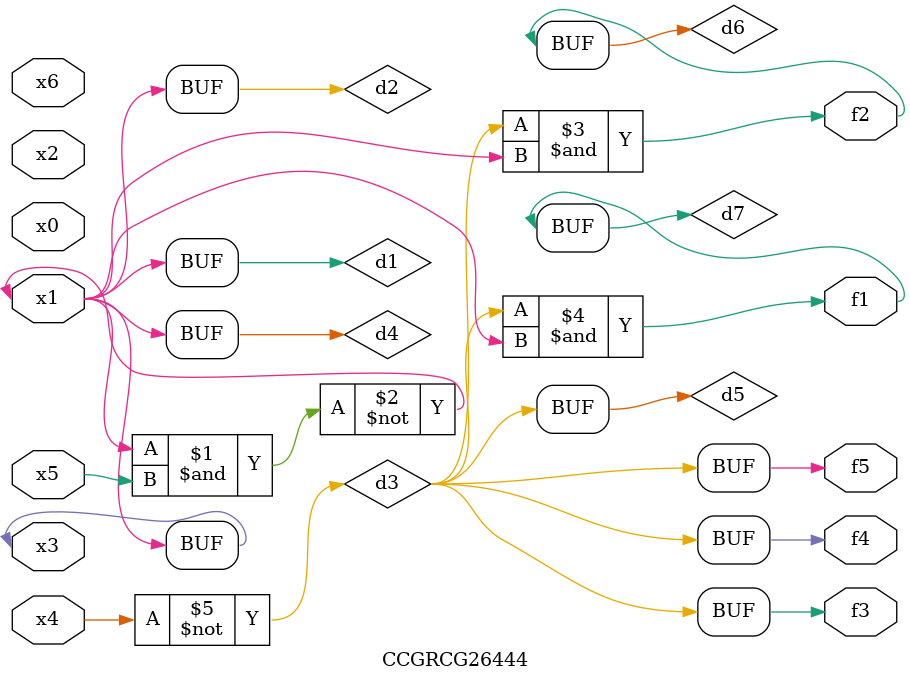
<source format=v>
module CCGRCG26444(
	input x0, x1, x2, x3, x4, x5, x6,
	output f1, f2, f3, f4, f5
);

	wire d1, d2, d3, d4, d5, d6, d7;

	buf (d1, x1, x3);
	nand (d2, x1, x5);
	not (d3, x4);
	buf (d4, d1, d2);
	buf (d5, d3);
	and (d6, d3, d4);
	and (d7, d3, d4);
	assign f1 = d7;
	assign f2 = d6;
	assign f3 = d5;
	assign f4 = d5;
	assign f5 = d5;
endmodule

</source>
